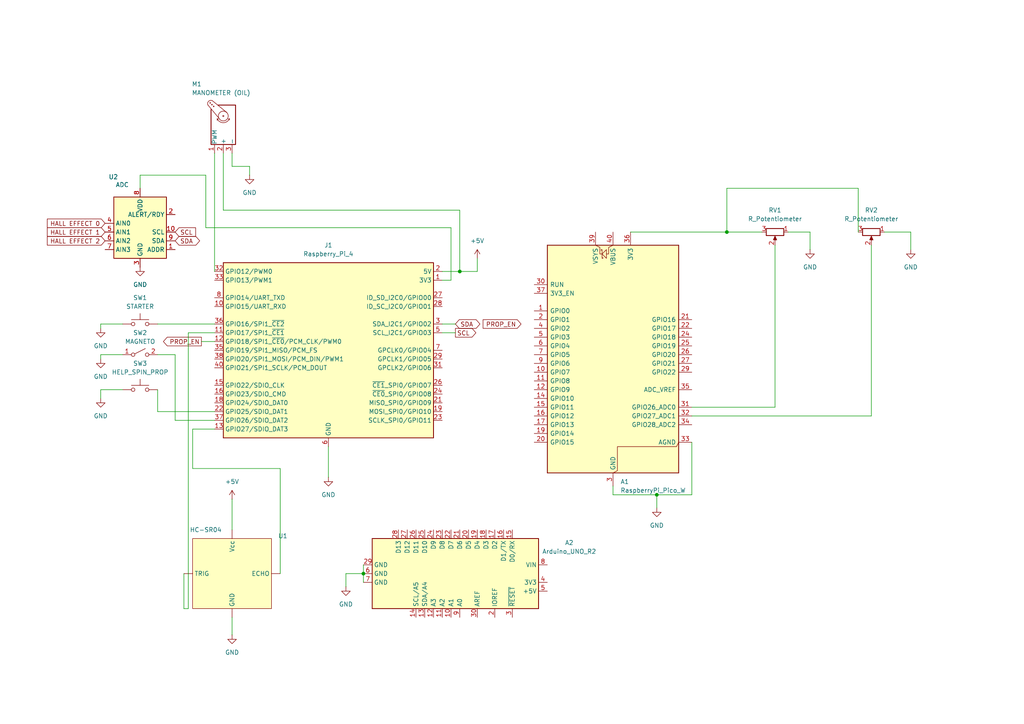
<source format=kicad_sch>
(kicad_sch (version 20250114) (generator "eeschema") (generator_version "9.0")
  (paper "A4")
  (lib_symbols
    (symbol "Analog_ADC:ADS1115IDGS"
      (property "Reference" "U" (at 2.54 13.97 0))
      (property "Value" "ADS1115IDGS" (at 7.62 11.43 0))
      (symbol "ADS1115IDGS_0_1"
        (rectangle (start -7.62 10.16) (end 7.62 -7.62) (stroke (width 0.254)) (fill (type background)))
      )
      (symbol "ADS1115IDGS_1_1"
        (pin input line (at -10.16 2.54 0) (length 2.54) (name "AIN0") (number "4"))
        (pin input line (at -10.16 0 0) (length 2.54) (name "AIN1") (number "5"))
        (pin input line (at -10.16 -2.54 0) (length 2.54) (name "AIN2") (number "6"))
        (pin input line (at -10.16 -5.08 0) (length 2.54) (name "AIN3") (number "7"))
        (pin power_in line (at 0 12.7 270) (length 2.54) (name "VDD") (number "8"))
        (pin power_in line (at 0 -10.16 90) (length 2.54) (name "GND") (number "3"))
        (pin output line (at 10.16 5.08 180) (length 2.54) (name "ALERT/RDY") (number "2"))
        (pin input line (at 10.16 0 180) (length 2.54) (name "SCL") (number "10"))
        (pin bidirectional line (at 10.16 -2.54 180) (length 2.54) (name "SDA") (number "9"))
        (pin input line (at 10.16 -5.08 180) (length 2.54) (name "ADDR") (number "1"))
      )
    )
    (symbol "Connector:Raspberry_Pi_4"
      (property "Reference" "J" (at -17.526 48.768 0))
      (property "Value" "Raspberry_Pi_4" (at 15.748 -26.416 0))
      (symbol "Raspberry_Pi_4_0_1"
        (rectangle (start -30.48 25.4) (end 30.48 -25.4) (stroke (width 0.254)) (fill (type background)))
      )
      (symbol "Raspberry_Pi_4_1_1"
        (pin bidirectional line (at -33.02 22.86 0) (length 2.54) (name "GPIO12/PWM0") (number "32"))
        (pin bidirectional line (at -33.02 20.32 0) (length 2.54) (name "GPIO13/PWM1") (number "33"))
        (pin bidirectional line (at -33.02 15.24 0) (length 2.54) (name "GPIO14/UART_TXD") (number "8"))
        (pin bidirectional line (at -33.02 12.7 0) (length 2.54) (name "GPIO15/UART_RXD") (number "10"))
        (pin bidirectional line (at -33.02 7.62 0) (length 2.54) (name "GPIO16/SPI1_~{CE2}") (number "36"))
        (pin bidirectional line (at -33.02 5.08 0) (length 2.54) (name "GPIO17/SPI1_~{CE1}") (number "11"))
        (pin bidirectional line (at -33.02 2.54 0) (length 2.54) (name "GPIO18/SPI1_~{CE0}/PCM_CLK/PWM0") (number "12"))
        (pin bidirectional line (at -33.02 0 0) (length 2.54) (name "GPIO19/SPI1_MISO/PCM_FS") (number "35"))
        (pin bidirectional line (at -33.02 -2.54 0) (length 2.54) (name "GPIO20/SPI1_MOSI/PCM_DIN/PWM1") (number "38"))
        (pin bidirectional line (at -33.02 -5.08 0) (length 2.54) (name "GPIO21/SPI1_SCLK/PCM_DOUT") (number "40"))
        (pin bidirectional line (at -33.02 -10.16 0) (length 2.54) (name "GPIO22/SDIO_CLK") (number "15"))
        (pin bidirectional line (at -33.02 -12.7 0) (length 2.54) (name "GPIO23/SDIO_CMD") (number "16"))
        (pin bidirectional line (at -33.02 -15.24 0) (length 2.54) (name "GPIO24/SDIO_DAT0") (number "18"))
        (pin bidirectional line (at -33.02 -17.78 0) (length 2.54) (name "GPIO25/SDIO_DAT1") (number "22"))
        (pin bidirectional line (at -33.02 -20.32 0) (length 2.54) (name "GPIO26/SDIO_DAT2") (number "37"))
        (pin bidirectional line (at -33.02 -22.86 0) (length 2.54) (name "GPIO27/SDIO_DAT3") (number "13"))
        (pin passive line (at 0 -27.94 90) (length 2.54) (hide yes) (name "GND") (number "14"))
        (pin passive line (at 0 -27.94 90) (length 2.54) (hide yes) (name "GND") (number "20"))
        (pin passive line (at 0 -27.94 90) (length 2.54) (hide yes) (name "GND") (number "25"))
        (pin passive line (at 0 -27.94 90) (length 2.54) (hide yes) (name "GND") (number "30"))
        (pin passive line (at 0 -27.94 90) (length 2.54) (hide yes) (name "GND") (number "34"))
        (pin passive line (at 0 -27.94 90) (length 2.54) (hide yes) (name "GND") (number "39"))
        (pin power_out line (at 0 -27.94 90) (length 2.54) (name "GND") (number "6"))
        (pin passive line (at 0 -27.94 90) (length 2.54) (hide yes) (name "GND") (number "9"))
        (pin power_out line (at 33.02 22.86 180) (length 2.54) (name "5V") (number "2"))
        (pin passive line (at 33.02 22.86 180) (length 2.54) (hide yes) (name "5V") (number "4"))
        (pin power_out line (at 33.02 20.32 180) (length 2.54) (name "3V3") (number "1"))
        (pin passive line (at 33.02 20.32 180) (length 2.54) (hide yes) (name "3V3") (number "17"))
        (pin bidirectional line (at 33.02 15.24 180) (length 2.54) (name "ID_SD_I2C0/GPIO00") (number "27"))
        (pin bidirectional line (at 33.02 12.7 180) (length 2.54) (name "ID_SC_I2C0/GPIO01") (number "28"))
        (pin bidirectional line (at 33.02 7.62 180) (length 2.54) (name "SDA_I2C1/GPIO02") (number "3"))
        (pin bidirectional line (at 33.02 5.08 180) (length 2.54) (name "SCL_I2C1/GPIO03") (number "5"))
        (pin bidirectional line (at 33.02 0 180) (length 2.54) (name "GPCLK0/GPIO04") (number "7"))
        (pin bidirectional line (at 33.02 -2.54 180) (length 2.54) (name "GPCLK1/GPIO05") (number "29"))
        (pin bidirectional line (at 33.02 -5.08 180) (length 2.54) (name "GPCLK2/GPIO06") (number "31"))
        (pin bidirectional line (at 33.02 -10.16 180) (length 2.54) (name "~{CE1}_SPI0/GPIO07") (number "26"))
        (pin bidirectional line (at 33.02 -12.7 180) (length 2.54) (name "~{CE0}_SPI0/GPIO08") (number "24"))
        (pin bidirectional line (at 33.02 -15.24 180) (length 2.54) (name "MISO_SPI0/GPIO09") (number "21"))
        (pin bidirectional line (at 33.02 -17.78 180) (length 2.54) (name "MOSI_SPI0/GPIO10") (number "19"))
        (pin bidirectional line (at 33.02 -20.32 180) (length 2.54) (name "SCLK_SPI0/GPIO11") (number "23"))
      )
    )
    (symbol "Device:R_Potentiometer" (pin_names (offset 1.016) (hide yes))
      (property "Reference" "RV" (at -4.445 0 90))
      (property "Value" "R_Potentiometer" (at -2.54 0 90))
      (symbol "R_Potentiometer_0_1"
        (rectangle (start 1.016 2.54) (end -1.016 -2.54) (stroke (width 0.254)))
        (polyline (pts (xy 1.143 0) (xy 2.286 0.508) (xy 2.286 -0.508) (xy 1.143 0)) (fill (type outline)))
        (polyline (pts (xy 2.54 0) (xy 1.524 0)))
      )
      (symbol "R_Potentiometer_1_1"
        (pin passive line (at 0 3.81 270) (length 1.27) (name "1") (number "1"))
        (pin passive line (at 0 -3.81 90) (length 1.27) (name "3") (number "3"))
        (pin passive line (at 3.81 0 180) (length 1.27) (name "2") (number "2"))
      )
    )
    (symbol "MCU_Module:Arduino_UNO_R2"
      (property "Reference" "A" (at -10.16 23.495 0))
      (property "Value" "Arduino_UNO_R2" (at 5.08 -26.67 0))
      (symbol "Arduino_UNO_R2_0_1"
        (rectangle (start -10.16 22.86) (end 10.16 -25.4) (stroke (width 0.254)) (fill (type background)))
      )
      (symbol "Arduino_UNO_R2_1_1"
        (pin bidirectional line (at -12.7 15.24 0) (length 2.54) (name "D0/RX") (number "15"))
        (pin bidirectional line (at -12.7 12.7 0) (length 2.54) (name "D1/TX") (number "16"))
        (pin bidirectional line (at -12.7 10.16 0) (length 2.54) (name "D2") (number "17"))
        (pin bidirectional line (at -12.7 7.62 0) (length 2.54) (name "D3") (number "18"))
        (pin bidirectional line (at -12.7 5.08 0) (length 2.54) (name "D4") (number "19"))
        (pin bidirectional line (at -12.7 2.54 0) (length 2.54) (name "D5") (number "20"))
        (pin bidirectional line (at -12.7 0 0) (length 2.54) (name "D6") (number "21"))
        (pin bidirectional line (at -12.7 -2.54 0) (length 2.54) (name "D7") (number "22"))
        (pin bidirectional line (at -12.7 -5.08 0) (length 2.54) (name "D8") (number "23"))
        (pin bidirectional line (at -12.7 -7.62 0) (length 2.54) (name "D9") (number "24"))
        (pin bidirectional line (at -12.7 -10.16 0) (length 2.54) (name "D10") (number "25"))
        (pin bidirectional line (at -12.7 -12.7 0) (length 2.54) (name "D11") (number "26"))
        (pin bidirectional line (at -12.7 -15.24 0) (length 2.54) (name "D12") (number "27"))
        (pin bidirectional line (at -12.7 -17.78 0) (length 2.54) (name "D13") (number "28"))
        (pin no_connect line (at -10.16 -20.32 0) (length 2.54) (hide yes) (name "NC") (number "1"))
        (pin power_in line (at -2.54 25.4 270) (length 2.54) (name "VIN") (number "8"))
        (pin power_in line (at -2.54 -27.94 90) (length 2.54) (name "GND") (number "29"))
        (pin power_in line (at 0 -27.94 90) (length 2.54) (name "GND") (number "6"))
        (pin power_out line (at 2.54 25.4 270) (length 2.54) (name "3V3") (number "4"))
        (pin power_in line (at 2.54 -27.94 90) (length 2.54) (name "GND") (number "7"))
        (pin power_out line (at 5.08 25.4 270) (length 2.54) (name "+5V") (number "5"))
        (pin input line (at 12.7 15.24 180) (length 2.54) (name "~{RESET}") (number "3"))
        (pin output line (at 12.7 10.16 180) (length 2.54) (name "IOREF") (number "2"))
        (pin input line (at 12.7 5.08 180) (length 2.54) (name "AREF") (number "30"))
        (pin bidirectional line (at 12.7 0 180) (length 2.54) (name "A0") (number "9"))
        (pin bidirectional line (at 12.7 -2.54 180) (length 2.54) (name "A1") (number "10"))
        (pin bidirectional line (at 12.7 -5.08 180) (length 2.54) (name "A2") (number "11"))
        (pin bidirectional line (at 12.7 -7.62 180) (length 2.54) (name "A3") (number "12"))
        (pin bidirectional line (at 12.7 -10.16 180) (length 2.54) (name "SDA/A4") (number "13"))
        (pin bidirectional line (at 12.7 -12.7 180) (length 2.54) (name "SCL/A5") (number "14"))
      )
    )
    (symbol "MCU_Module:RaspberryPi_Pico_W" (pin_names (offset 0.762))
      (property "Reference" "A" (at -19.05 35.56 0))
      (property "Value" "RaspberryPi_Pico_W" (at 7.62 35.56 0))
      (symbol "RaspberryPi_Pico_W_0_1"
        (rectangle (start -19.05 34.29) (end 19.05 -31.75) (stroke (width 0.254)) (fill (type background)))
        (polyline (pts (xy -5.08 34.29) (xy -3.81 33.655) (xy -3.81 31.75) (xy -3.175 31.75)))
        (polyline (pts (xy -3.429 32.766) (xy -3.429 33.02) (xy -3.175 33.02) (xy -3.175 30.48) (xy -2.921 30.48) (xy -2.921 30.734)))
        (polyline (pts (xy -3.175 31.75) (xy -1.905 33.02) (xy -1.905 30.48) (xy -3.175 31.75)))
        (polyline (pts (xy 0 34.29) (xy -1.27 33.655) (xy -1.27 31.75) (xy -1.905 31.75)))
        (polyline (pts (xy 0 -31.75) (xy 1.27 -31.115) (xy 1.27 -24.13) (xy 18.415 -24.13) (xy 19.05 -22.86)))
      )
      (symbol "RaspberryPi_Pico_W_1_1"
        (pin passive line (at -22.86 22.86 0) (length 3.81) (name "RUN") (number "30"))
        (pin passive line (at -22.86 20.32 0) (length 3.81) (name "3V3_EN") (number "37"))
        (pin bidirectional line (at -22.86 15.24 0) (length 3.81) (name "GPIO0") (number "1"))
        (pin bidirectional line (at -22.86 12.7 0) (length 3.81) (name "GPIO1") (number "2"))
        (pin bidirectional line (at -22.86 10.16 0) (length 3.81) (name "GPIO2") (number "4"))
        (pin bidirectional line (at -22.86 7.62 0) (length 3.81) (name "GPIO3") (number "5"))
        (pin bidirectional line (at -22.86 5.08 0) (length 3.81) (name "GPIO4") (number "6"))
        (pin bidirectional line (at -22.86 2.54 0) (length 3.81) (name "GPIO5") (number "7"))
        (pin bidirectional line (at -22.86 0 0) (length 3.81) (name "GPIO6") (number "9"))
        (pin bidirectional line (at -22.86 -2.54 0) (length 3.81) (name "GPIO7") (number "10"))
        (pin bidirectional line (at -22.86 -5.08 0) (length 3.81) (name "GPIO8") (number "11"))
        (pin bidirectional line (at -22.86 -7.62 0) (length 3.81) (name "GPIO9") (number "12"))
        (pin bidirectional line (at -22.86 -10.16 0) (length 3.81) (name "GPIO10") (number "14"))
        (pin bidirectional line (at -22.86 -12.7 0) (length 3.81) (name "GPIO11") (number "15"))
        (pin bidirectional line (at -22.86 -15.24 0) (length 3.81) (name "GPIO12") (number "16"))
        (pin bidirectional line (at -22.86 -17.78 0) (length 3.81) (name "GPIO13") (number "17"))
        (pin bidirectional line (at -22.86 -20.32 0) (length 3.81) (name "GPIO14") (number "19"))
        (pin bidirectional line (at -22.86 -22.86 0) (length 3.81) (name "GPIO15") (number "20"))
        (pin power_in line (at -5.08 38.1 270) (length 3.81) (name "VSYS") (number "39"))
        (pin power_out line (at 0 38.1 270) (length 3.81) (name "VBUS") (number "40"))
        (pin passive line (at 0 -35.56 90) (length 3.81) (hide yes) (name "GND") (number "13"))
        (pin passive line (at 0 -35.56 90) (length 3.81) (hide yes) (name "GND") (number "18"))
        (pin passive line (at 0 -35.56 90) (length 3.81) (hide yes) (name "GND") (number "23"))
        (pin passive line (at 0 -35.56 90) (length 3.81) (hide yes) (name "GND") (number "28"))
        (pin power_out line (at 0 -35.56 90) (length 3.81) (name "GND") (number "3"))
        (pin passive line (at 0 -35.56 90) (length 3.81) (hide yes) (name "GND") (number "38"))
        (pin passive line (at 0 -35.56 90) (length 3.81) (hide yes) (name "GND") (number "8"))
        (pin power_out line (at 5.08 38.1 270) (length 3.81) (name "3V3") (number "36"))
        (pin bidirectional line (at 22.86 12.7 180) (length 3.81) (name "GPIO16") (number "21"))
        (pin bidirectional line (at 22.86 10.16 180) (length 3.81) (name "GPIO17") (number "22"))
        (pin bidirectional line (at 22.86 7.62 180) (length 3.81) (name "GPIO18") (number "24"))
        (pin bidirectional line (at 22.86 5.08 180) (length 3.81) (name "GPIO19") (number "25"))
        (pin bidirectional line (at 22.86 2.54 180) (length 3.81) (name "GPIO20") (number "26"))
        (pin bidirectional line (at 22.86 0 180) (length 3.81) (name "GPIO21") (number "27"))
        (pin bidirectional line (at 22.86 -2.54 180) (length 3.81) (name "GPIO22") (number "29"))
        (pin power_in line (at 22.86 -7.62 180) (length 3.81) (name "ADC_VREF") (number "35"))
        (pin bidirectional line (at 22.86 -12.7 180) (length 3.81) (name "GPIO26_ADC0") (number "31"))
        (pin bidirectional line (at 22.86 -15.24 180) (length 3.81) (name "GPIO27_ADC1") (number "32"))
        (pin bidirectional line (at 22.86 -17.78 180) (length 3.81) (name "GPIO28_ADC2") (number "34"))
        (pin power_out line (at 22.86 -22.86 180) (length 3.81) (name "AGND") (number "33"))
      )
    )
    (symbol "Motor:Motor_Servo" (pin_names (offset 0.0254))
      (property "Reference" "M" (at -5.08 4.445 0))
      (property "Value" "Motor_Servo" (at -5.08 -4.064 0))
      (symbol "Motor_Servo_0_1"
        (polyline (pts (xy 2.413 1.778) (xy 1.905 1.778)))
        (polyline (pts (xy 2.413 1.778) (xy 2.286 1.397)))
        (polyline (pts (xy 2.413 -1.778) (xy 2.032 -1.778)))
        (polyline (pts (xy 2.413 -1.778) (xy 2.286 -1.397)))
        (arc (start 2.413 -1.778) (mid 1.2406 0) (end 2.413 1.778))
        (circle (center 3.175 0) (radius 0.1778))
        (circle (center 3.175 0) (radius 1.4224))
        (polyline (pts (xy 5.08 3.556) (xy -5.08 3.556) (xy -5.08 -3.556) (xy 6.35 -3.556) (xy 6.35 1.524)) (stroke (width 0.254)))
        (circle (center 5.969 2.794) (radius 0.127))
        (polyline (pts (xy 6.35 4.445) (xy 2.54 1.27)))
        (circle (center 6.477 3.302) (radius 0.127))
        (arc (start 6.35 4.445) (mid 7.4487 4.2737) (end 7.62 3.175))
        (circle (center 6.985 3.81) (radius 0.127))
        (polyline (pts (xy 7.62 3.175) (xy 4.191 -1.016)))
      )
      (symbol "Motor_Servo_1_1"
        (pin passive line (at -7.62 2.54 0) (length 2.54) (name "PWM") (number "1"))
        (pin passive line (at -7.62 0 0) (length 2.54) (name "+") (number "2"))
        (pin passive line (at -7.62 -2.54 0) (length 2.54) (name "-") (number "3"))
      )
    )
    (symbol "Switch:SW_Push" (pin_numbers (hide yes)) (pin_names (offset 1.016) (hide yes))
      (property "Reference" "SW" (at 1.27 2.54 0))
      (property "Value" "SW_Push" (at 0 -1.524 0))
      (symbol "SW_Push_0_1"
        (circle (center -2.032 0) (radius 0.508))
        (polyline (pts (xy 0 1.27) (xy 0 3.048)))
        (circle (center 2.032 0) (radius 0.508))
        (polyline (pts (xy 2.54 1.27) (xy -2.54 1.27)))
        (pin passive line (at -5.08 0 0) (length 2.54) (name "1") (number "1"))
        (pin passive line (at 5.08 0 180) (length 2.54) (name "2") (number "2"))
      )
    )
    (symbol "Switch:SW_SPST" (pin_names (offset 0) (hide yes))
      (property "Reference" "SW" (at 0 3.175 0))
      (property "Value" "SW_SPST" (at 0 -2.54 0))
      (symbol "SW_SPST_0_0"
        (circle (center -2.032 0) (radius 0.508))
        (polyline (pts (xy -1.524 0.254) (xy 1.524 1.778)))
        (circle (center 2.032 0) (radius 0.508))
      )
      (symbol "SW_SPST_1_1"
        (pin passive line (at -5.08 0 0) (length 2.54) (name "A") (number "1"))
        (pin passive line (at 5.08 0 180) (length 2.54) (name "B") (number "2"))
      )
    )
    (symbol "anbo_symbol_lib:HC-SR04"
      (property "Reference" "U1" (at 14.732 10.922 0))
      (property "Value" "HC-SR04" (at 13.97 2.2703 0))
      (symbol "HC-SR04_1_1"
        (rectangle (start -11.43 10.16) (end 11.43 -10.16) (fill (type background)))
        (pin input line (at -13.97 0 0) (length 2.54) (name "TRIG") (number ""))
        (pin power_in line (at 0 12.7 270) (length 2.54) (name "Vcc") (number ""))
        (pin power_in line (at 0 -12.7 90) (length 2.54) (name "GND") (number ""))
        (pin output line (at 13.97 0 180) (length 2.54) (name "ECHO") (number ""))
      )
    )
    (symbol "power:+5V" (power) (pin_numbers (hide yes)) (pin_names (offset 0) (hide yes))
      (property "Value" "+5V" (at 0 3.556 0))
      (symbol "+5V_0_1"
        (polyline (pts (xy -0.762 1.27) (xy 0 2.54)))
        (polyline (pts (xy 0 2.54) (xy 0.762 1.27)))
        (polyline (pts (xy 0 0) (xy 0 2.54)))
      )
      (symbol "+5V_1_1"
        (pin power_in line (at 0 0 90) (length 0) (name "~") (number "1"))
      )
    )
    (symbol "power:GND" (power) (pin_numbers (hide yes)) (pin_names (offset 0) (hide yes))
      (property "Value" "GND" (at 0 -3.81 0))
      (symbol "GND_0_1"
        (polyline (pts (xy 0 0) (xy 0 -1.27) (xy 1.27 -1.27) (xy 0 -2.54) (xy -1.27 -1.27) (xy 0 -1.27)))
      )
      (symbol "GND_1_1"
        (pin power_in line (at 0 0 270) (length 0) (name "~") (number "1"))
      )
    )
  )
  (junction (at 190.5 143.51))
  (junction (at 210.82 67.31))
  (junction (at 105.41 166.37))
  (junction (at 133.35 78.74))
  (wire (pts (xy 54.61 96.52) (xy 62.23 96.52)))
  (wire (pts (xy 45.72 102.87) (xy 50.8 102.87)))
  (wire (pts (xy 252.73 71.12) (xy 252.73 120.65)))
  (wire (pts (xy 252.73 120.65) (xy 200.66 120.65)))
  (wire (pts (xy 62.23 44.45) (xy 62.23 78.74)))
  (wire (pts (xy 210.82 54.61) (xy 248.92 54.61)))
  (wire (pts (xy 29.21 113.03) (xy 29.21 115.57)))
  (wire (pts (xy 67.31 44.45) (xy 67.31 48.26)))
  (wire (pts (xy 224.79 118.11) (xy 200.66 118.11)))
  (wire (pts (xy 64.77 60.96) (xy 64.77 44.45)))
  (wire (pts (xy 128.27 78.74) (xy 133.35 78.74)))
  (wire (pts (xy 67.31 144.78) (xy 67.31 153.67)))
  (wire (pts (xy 133.35 78.74) (xy 133.35 60.96)))
  (wire (pts (xy 133.35 78.74) (xy 138.43 78.74)))
  (wire (pts (xy 62.23 121.92) (xy 50.8 121.92)))
  (wire (pts (xy 100.33 166.37) (xy 100.33 170.18)))
  (wire (pts (xy 58.42 99.06) (xy 62.23 99.06)))
  (wire (pts (xy 264.16 67.31) (xy 264.16 72.39)))
  (wire (pts (xy 54.61 96.52) (xy 54.61 176.53)))
  (wire (pts (xy 177.8 140.97) (xy 177.8 143.51)))
  (wire (pts (xy 105.41 166.37) (xy 105.41 168.91)))
  (wire (pts (xy 128.27 93.98) (xy 132.08 93.98)))
  (wire (pts (xy 130.81 66.04) (xy 59.69 66.04)))
  (wire (pts (xy 50.8 121.92) (xy 50.8 102.87)))
  (wire (pts (xy 45.72 93.98) (xy 62.23 93.98)))
  (wire (pts (xy 45.72 119.38) (xy 45.72 113.03)))
  (wire (pts (xy 190.5 143.51) (xy 177.8 143.51)))
  (wire (pts (xy 59.69 50.8) (xy 40.64 50.8)))
  (wire (pts (xy 130.81 66.04) (xy 130.81 81.28)))
  (wire (pts (xy 210.82 67.31) (xy 220.98 67.31)))
  (wire (pts (xy 133.35 60.96) (xy 64.77 60.96)))
  (wire (pts (xy 105.41 163.83) (xy 105.41 166.37)))
  (wire (pts (xy 200.66 128.27) (xy 200.66 143.51)))
  (wire (pts (xy 234.95 67.31) (xy 234.95 72.39)))
  (wire (pts (xy 138.43 74.93) (xy 138.43 78.74)))
  (wire (pts (xy 40.64 50.8) (xy 40.64 54.61)))
  (wire (pts (xy 29.21 93.98) (xy 35.56 93.98)))
  (wire (pts (xy 95.25 129.54) (xy 95.25 138.43)))
  (wire (pts (xy 81.28 166.37) (xy 81.28 135.89)))
  (wire (pts (xy 190.5 143.51) (xy 190.5 147.32)))
  (wire (pts (xy 256.54 67.31) (xy 264.16 67.31)))
  (wire (pts (xy 128.27 81.28) (xy 130.81 81.28)))
  (wire (pts (xy 72.39 48.26) (xy 72.39 50.8)))
  (wire (pts (xy 53.34 176.53) (xy 53.34 166.37)))
  (wire (pts (xy 228.6 67.31) (xy 234.95 67.31)))
  (wire (pts (xy 182.88 67.31) (xy 210.82 67.31)))
  (wire (pts (xy 210.82 67.31) (xy 210.82 54.61)))
  (wire (pts (xy 128.27 96.52) (xy 132.08 96.52)))
  (wire (pts (xy 35.56 113.03) (xy 29.21 113.03)))
  (wire (pts (xy 81.28 135.89) (xy 55.88 135.89)))
  (wire (pts (xy 248.92 54.61) (xy 248.92 67.31)))
  (wire (pts (xy 62.23 119.38) (xy 45.72 119.38)))
  (wire (pts (xy 105.41 166.37) (xy 100.33 166.37)))
  (wire (pts (xy 67.31 48.26) (xy 72.39 48.26)))
  (wire (pts (xy 67.31 184.15) (xy 67.31 179.07)))
  (wire (pts (xy 59.69 66.04) (xy 59.69 50.8)))
  (wire (pts (xy 54.61 176.53) (xy 53.34 176.53)))
  (wire (pts (xy 55.88 124.46) (xy 62.23 124.46)))
  (wire (pts (xy 29.21 93.98) (xy 29.21 95.25)))
  (wire (pts (xy 200.66 143.51) (xy 190.5 143.51)))
  (wire (pts (xy 29.21 102.87) (xy 29.21 104.14)))
  (wire (pts (xy 224.79 71.12) (xy 224.79 118.11)))
  (wire (pts (xy 55.88 135.89) (xy 55.88 124.46)))
  (wire (pts (xy 35.56 102.87) (xy 29.21 102.87)))
  (global_label "SDA" (shape bidirectional) (at 50.8 69.85 0) (property "Intersheetrefs" "${INTERSHEET_REFS}" (effects (hide yes))))
  (global_label "SCL" (shape input) (at 50.8 67.31 0) (property "Intersheetrefs" "${INTERSHEET_REFS}" (effects (hide yes))))
  (global_label "SCL" (shape output) (at 132.08 96.52 0) (property "Intersheetrefs" "${INTERSHEET_REFS}" (effects (hide yes))))
  (global_label "SDA" (shape bidirectional) (at 132.08 93.98 0) (property "Intersheetrefs" "${INTERSHEET_REFS}" (effects (hide yes))))
  (global_label "PROP_EN" (shape output) (at 58.42 99.06 180) (property "Intersheetrefs" "${INTERSHEET_REFS}" (effects (hide yes))))
  (global_label "PROP_EN" (shape input) (at 151.13 93.98 180) (property "Intersheetrefs" "${INTERSHEET_REFS}" (effects (hide yes))))
  (global_label "HALL EFFECT 2" (shape input) (at 30.48 69.85 180) (property "Intersheetrefs" "${INTERSHEET_REFS}" (effects (hide yes))))
  (global_label "HALL EFFECT 0" (shape input) (at 30.48 64.77 180) (property "Intersheetrefs" "${INTERSHEET_REFS}" (effects (hide yes))))
  (global_label "HALL EFFECT 1" (shape input) (at 30.48 67.31 180) (property "Intersheetrefs" "${INTERSHEET_REFS}" (effects (hide yes))))
  (symbol (lib_id "Switch:SW_SPST") (at 40.64 102.87 0) (unit 1)
    (property "Reference" "SW2" (at 40.64 96.52 0))
    (property "Value" "MAGNETO" (at 40.64 99.06 0))
    (property "Description" "Single Pole Single Throw (SPST) switch" (effects (hide yes)))
  )
  (symbol (lib_id "power:+5V") (at 67.31 144.78 0) (unit 1)
    (property "Reference" "#PWR06" (effects (hide yes)))
    (property "Value" "+5V" (at 67.31 139.7 0))
    (property "Description" "Power symbol creates a global label with name \"+5V\"" (effects (hide yes)))
  )
  (symbol (lib_id "power:GND") (at 29.21 95.25 0) (unit 1)
    (property "Reference" "#PWR02" (effects (hide yes)))
    (property "Value" "GND" (at 29.21 100.33 0))
    (property "Description" "Power symbol creates a global label with name \"GND\" , ground" (effects (hide yes)))
  )
  (symbol (lib_id "power:GND") (at 72.39 50.8 0) (unit 1)
    (property "Reference" "#PWR04" (effects (hide yes)))
    (property "Value" "GND" (at 72.39 55.88 0))
    (property "Description" "Power symbol creates a global label with name \"GND\" , ground" (effects (hide yes)))
  )
  (symbol (lib_id "Connector:Raspberry_Pi_4") (at 95.25 101.6 0) (unit 1)
    (property "Reference" "J1" (at 95.25 71.12 0))
    (property "Value" "Raspberry_Pi_4" (at 95.25 73.66 0))
    (property "Footprint" "Connector_PinHeader_2.54mm:PinHeader_2x20_P2.54mm_Vertical" (effects (hide yes)))
    (property "Datasheet" "https://datasheets.raspberrypi.com/rpi4/raspberry-pi-4-datasheet.pdf" (effects (hide yes)))
    (property "Description" "Raspberry Pi 4 Model B" (effects (hide yes)))
  )
  (symbol (lib_id "Switch:SW_Push") (at 40.64 93.98 0) (unit 1)
    (property "Reference" "SW1" (at 40.64 86.36 0))
    (property "Value" "STARTER" (at 40.64 88.9 0))
    (property "Description" "Push button switch, generic, two pins" (effects (hide yes)))
  )
  (symbol (lib_id "power:GND") (at 190.5 147.32 0) (unit 1)
    (property "Reference" "#PWR05" (effects (hide yes)))
    (property "Value" "GND" (at 190.5 152.4 0))
    (property "Description" "Power symbol creates a global label with name \"GND\" , ground" (effects (hide yes)))
  )
  (symbol (lib_id "power:GND") (at 100.33 170.18 0) (unit 1)
    (property "Reference" "#PWR012" (effects (hide yes)))
    (property "Value" "GND" (at 100.33 175.26 0))
    (property "Description" "Power symbol creates a global label with name \"GND\" , ground" (effects (hide yes)))
  )
  (symbol (lib_id "power:GND") (at 40.64 77.47 0) (unit 1)
    (property "Reference" "#PWR013" (effects (hide yes)))
    (property "Value" "GND" (at 40.64 82.55 0))
    (property "Description" "Power symbol creates a global label with name \"GND\" , ground" (effects (hide yes)))
  )
  (symbol (lib_id "power:+5V") (at 138.43 74.93 0) (unit 1)
    (property "Reference" "#PWR07" (effects (hide yes)))
    (property "Value" "+5V" (at 138.43 69.85 0))
    (property "Description" "Power symbol creates a global label with name \"+5V\"" (effects (hide yes)))
  )
  (symbol (lib_id "Analog_ADC:ADS1115IDGS") (at 40.64 67.31 0) (unit 1)
    (property "Reference" "U2" (at 31.496 51.308 0) (effects (justify left)))
    (property "Value" "ADC" (at 33.528 53.594 0) (effects (justify left)))
    (property "Footprint" "Package_SO:TSSOP-10_3x3mm_P0.5mm" (effects (hide yes)))
    (property "Datasheet" "http://www.ti.com/lit/ds/symlink/ads1113.pdf" (effects (hide yes)))
    (property "Description" "Ultra-Small, Low-Power, I2C-Compatible, 860-SPS, 16-Bit ADCs With Internal Reference, Oscillator, and Programmable Comparator, VSSOP-10" (effects (hide yes)))
  )
  (symbol (lib_id "power:GND") (at 234.95 72.39 0) (unit 1)
    (property "Reference" "#PWR010" (effects (hide yes)))
    (property "Value" "GND" (at 234.95 77.47 0))
    (property "Description" "Power symbol creates a global label with name \"GND\" , ground" (effects (hide yes)))
  )
  (symbol (lib_id "Motor:Motor_Servo") (at 64.77 36.83 90) (unit 1)
    (property "Reference" "M1" (at 55.626 24.384 90) (effects (justify right)))
    (property "Value" "MANOMETER (OIL)" (at 55.626 26.924 90) (effects (justify right)))
    (property "Datasheet" "http://forums.parallax.com/uploads/attachments/46831/74481.png" (effects (hide yes)))
    (property "Description" "Servo Motor (Futaba, HiTec, JR connector)" (effects (hide yes)))
  )
  (symbol (lib_id "MCU_Module:RaspberryPi_Pico_W") (at 177.8 105.41 0) (unit 1)
    (property "Reference" "A1" (at 179.9433 139.7 0) (effects (justify left)))
    (property "Value" "RaspberryPi_Pico_W" (at 179.9433 142.24 0) (effects (justify left)))
    (property "Footprint" "Module:RaspberryPi_Pico_W_SMD_HandSolder" (effects (hide yes)))
    (property "Datasheet" "https://datasheets.raspberrypi.com/picow/pico-w-datasheet.pdf" (effects (hide yes)))
    (property "Description" "Versatile and inexpensive wireless microcontroller module powered by RP2040 dual-core Arm Cortex-M0+ processor up to 133 MHz, 264kB SRAM, 2MB QSPI flash, Infineon CYW43439 2.4GHz 802.11n wireless LAN; also supports Raspberry Pi Pico 2 W" (effects (hide yes)))
  )
  (symbol (lib_id "MCU_Module:Arduino_UNO_R2") (at 133.35 166.37 270) (unit 1)
    (property "Reference" "A2" (at 165.1 157.4098 90))
    (property "Value" "Arduino_UNO_R2" (at 165.1 159.9498 90))
    (property "Footprint" "Module:Arduino_UNO_R2" (effects (hide yes)))
    (property "Datasheet" "https://www.arduino.cc/en/Main/arduinoBoardUno" (effects (hide yes)))
    (property "Description" "Arduino UNO Microcontroller Module, release 2" (effects (hide yes)))
  )
  (symbol (lib_id "anbo_symbol_lib:HC-SR04") (at 67.31 166.37 0) (unit 1)
    (property "Reference" "U1" (at 82.042 155.448 0))
    (property "Value" "HC-SR04" (at 59.69 153.67 0))
  )
  (symbol (lib_id "power:GND") (at 29.21 104.14 0) (unit 1)
    (property "Reference" "#PWR03" (effects (hide yes)))
    (property "Value" "GND" (at 29.21 109.22 0))
    (property "Description" "Power symbol creates a global label with name \"GND\" , ground" (effects (hide yes)))
  )
  (symbol (lib_id "Device:R_Potentiometer") (at 224.79 67.31 270) (unit 1)
    (property "Reference" "RV1" (at 224.79 60.96 90))
    (property "Value" "R_Potentiometer" (at 224.79 63.5 90))
    (property "Description" "Potentiometer" (effects (hide yes)))
  )
  (symbol (lib_id "Device:R_Potentiometer") (at 252.73 67.31 270) (unit 1)
    (property "Reference" "RV2" (at 252.73 60.96 90))
    (property "Value" "R_Potentiometer" (at 252.73 63.5 90))
    (property "Description" "Potentiometer" (effects (hide yes)))
  )
  (symbol (lib_id "power:GND") (at 67.31 184.15 0) (unit 1)
    (property "Reference" "#PWR08" (effects (hide yes)))
    (property "Value" "GND" (at 67.31 189.23 0))
    (property "Description" "Power symbol creates a global label with name \"GND\" , ground" (effects (hide yes)))
  )
  (symbol (lib_id "power:GND") (at 264.16 72.39 0) (unit 1)
    (property "Reference" "#PWR011" (effects (hide yes)))
    (property "Value" "GND" (at 264.16 77.47 0))
    (property "Description" "Power symbol creates a global label with name \"GND\" , ground" (effects (hide yes)))
  )
  (symbol (lib_id "power:GND") (at 95.25 138.43 0) (unit 1)
    (property "Reference" "#PWR01" (effects (hide yes)))
    (property "Value" "GND" (at 95.25 143.51 0))
    (property "Description" "Power symbol creates a global label with name \"GND\" , ground" (effects (hide yes)))
  )
  (symbol (lib_id "Switch:SW_Push") (at 40.64 113.03 0) (unit 1)
    (property "Reference" "SW3" (at 40.64 105.41 0))
    (property "Value" "HELP_SPIN_PROP" (at 40.64 107.95 0))
    (property "Description" "Push button switch, generic, two pins" (effects (hide yes)))
  )
  (symbol (lib_id "power:GND") (at 29.21 115.57 0) (unit 1)
    (property "Reference" "#PWR09" (effects (hide yes)))
    (property "Value" "GND" (at 29.21 120.65 0))
    (property "Description" "Power symbol creates a global label with name \"GND\" , ground" (effects (hide yes)))
  )
)
</source>
